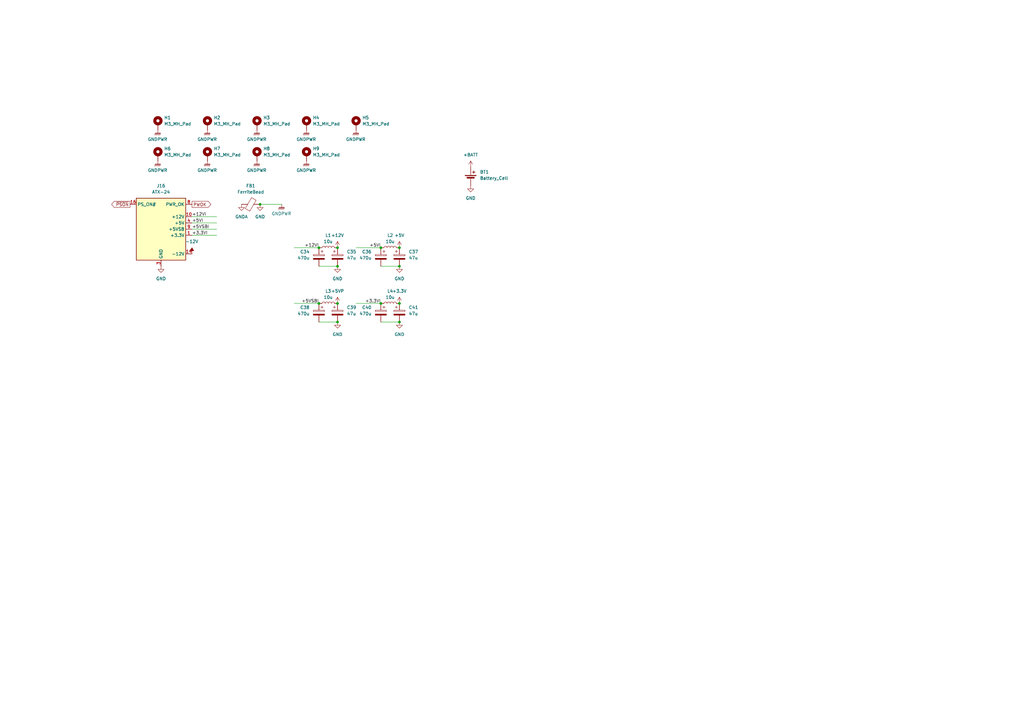
<source format=kicad_sch>
(kicad_sch (version 20230121) (generator eeschema)
  (paper "A3")
  (lib_symbols
    (symbol "Connector:ATX-24"
      (property "Reference" "J" (at -8.89 13.97 0))
      (property "Value" "ATX-24" (at 6.35 13.97 0))
      (symbol "ATX-24_0_1"
        (rectangle (start -10.16 12.7) (end 10.16 -12.7) (stroke (width 0.254)) (fill (type background)))
      )
      (symbol "ATX-24_1_1"
        (pin power_out line (at 12.7 -2.54 180) (length 2.54) (name "+3.3V") (number "1"))
        (pin power_out line (at 12.7 5.08 180) (length 2.54) (name "+12V") (number "10"))
        (pin passive line (at 12.7 5.08 180) (length 2.54) hide (name "+12V") (number "11"))
        (pin passive line (at 12.7 -2.54 180) (length 2.54) hide (name "+3.3V") (number "12"))
        (pin passive line (at 12.7 -2.54 180) (length 2.54) hide (name "+3.3V") (number "13"))
        (pin power_out line (at 12.7 -10.16 180) (length 2.54) (name "-12V") (number "14"))
        (pin passive line (at 0 -15.24 90) (length 2.54) hide (name "GND") (number "15"))
        (pin open_collector line (at -12.7 10.16 0) (length 2.54) (name "PS_ON#") (number "16"))
        (pin passive line (at 0 -15.24 90) (length 2.54) hide (name "GND") (number "17"))
        (pin passive line (at 0 -15.24 90) (length 2.54) hide (name "GND") (number "18"))
        (pin passive line (at 0 -15.24 90) (length 2.54) hide (name "GND") (number "19"))
        (pin passive line (at 12.7 -2.54 180) (length 2.54) hide (name "+3.3V") (number "2"))
        (pin no_connect line (at -10.16 0 0) (length 2.54) hide (name "NC") (number "20"))
        (pin passive line (at 12.7 2.54 180) (length 2.54) hide (name "+5V") (number "21"))
        (pin passive line (at 12.7 2.54 180) (length 2.54) hide (name "+5V") (number "22"))
        (pin passive line (at 12.7 2.54 180) (length 2.54) hide (name "+5V") (number "23"))
        (pin passive line (at 0 -15.24 90) (length 2.54) hide (name "GND") (number "24"))
        (pin power_out line (at 0 -15.24 90) (length 2.54) (name "GND") (number "3"))
        (pin power_out line (at 12.7 2.54 180) (length 2.54) (name "+5V") (number "4"))
        (pin passive line (at 0 -15.24 90) (length 2.54) hide (name "GND") (number "5"))
        (pin passive line (at 12.7 2.54 180) (length 2.54) hide (name "+5V") (number "6"))
        (pin passive line (at 0 -15.24 90) (length 2.54) hide (name "GND") (number "7"))
        (pin output line (at 12.7 10.16 180) (length 2.54) (name "PWR_OK") (number "8"))
        (pin power_out line (at 12.7 0 180) (length 2.54) (name "+5VSB") (number "9"))
      )
    )
    (symbol "Device:Battery_Cell" (pin_numbers hide) (pin_names (offset 0) hide)
      (property "Reference" "BT" (at 2.54 2.54 0))
      (property "Value" "Battery_Cell" (at 2.54 0 0))
      (symbol "Battery_Cell_0_1"
        (rectangle (start -2.286 1.778) (end 2.286 1.524) (fill (type outline)))
        (rectangle (start -1.524 1.016) (end 1.524 0.508) (fill (type outline)))
        (polyline (pts (xy 0 0.762) (xy 0 0)))
        (polyline (pts (xy 0 1.778) (xy 0 2.54)))
        (polyline (pts (xy 0.762 3.048) (xy 1.778 3.048)) (stroke (width 0.254)))
        (polyline (pts (xy 1.27 3.556) (xy 1.27 2.54)) (stroke (width 0.254)))
      )
      (symbol "Battery_Cell_1_1"
        (pin passive line (at 0 5.08 270) (length 2.54) (name "+") (number "1"))
        (pin passive line (at 0 -2.54 90) (length 2.54) (name "-") (number "2"))
      )
    )
    (symbol "Device:C_Polarized" (pin_numbers hide) (pin_names (offset 0.254))
      (property "Reference" "C" (at 0.635 2.54 0))
      (property "Value" "C_Polarized" (at 0.635 -2.54 0))
      (symbol "C_Polarized_0_1"
        (rectangle (start -2.286 0.508) (end 2.286 1.016))
        (polyline (pts (xy -1.778 2.286) (xy -0.762 2.286)))
        (polyline (pts (xy -1.27 2.794) (xy -1.27 1.778)))
        (rectangle (start 2.286 -0.508) (end -2.286 -1.016) (fill (type outline)))
      )
      (symbol "C_Polarized_1_1"
        (pin passive line (at 0 3.81 270) (length 2.794) (name "~") (number "1"))
        (pin passive line (at 0 -3.81 90) (length 2.794) (name "~") (number "2"))
      )
    )
    (symbol "Device:FerriteBead" (pin_numbers hide) (pin_names (offset 0))
      (property "Reference" "FB" (at -3.81 0.635 90))
      (property "Value" "FerriteBead" (at 3.81 0 90))
      (symbol "FerriteBead_0_1"
        (polyline (pts (xy 0 -1.27) (xy 0 -1.2192)))
        (polyline (pts (xy 0 1.27) (xy 0 1.2954)))
        (polyline (pts (xy -2.7686 0.4064) (xy -1.7018 2.2606) (xy 2.7686 -0.3048) (xy 1.6764 -2.159) (xy -2.7686 0.4064)))
      )
      (symbol "FerriteBead_1_1"
        (pin passive line (at 0 3.81 270) (length 2.54) (name "~") (number "1"))
        (pin passive line (at 0 -3.81 90) (length 2.54) (name "~") (number "2"))
      )
    )
    (symbol "Device:L" (pin_numbers hide) (pin_names (offset 1.016) hide)
      (property "Reference" "L" (at -1.27 0 90))
      (property "Value" "L" (at 1.905 0 90))
      (symbol "L_0_1"
        (arc (start 0 -2.54) (mid 0.6323 -1.905) (end 0 -1.27))
        (arc (start 0 -1.27) (mid 0.6323 -0.635) (end 0 0))
        (arc (start 0 0) (mid 0.6323 0.635) (end 0 1.27))
        (arc (start 0 1.27) (mid 0.6323 1.905) (end 0 2.54))
      )
      (symbol "L_1_1"
        (pin passive line (at 0 3.81 270) (length 1.27) (name "1") (number "1"))
        (pin passive line (at 0 -3.81 90) (length 1.27) (name "2") (number "2"))
      )
    )
    (symbol "Mechanical:MountingHole_Pad" (pin_numbers hide) (pin_names (offset 1.016) hide)
      (property "Reference" "H" (at 0 6.35 0))
      (property "Value" "MountingHole_Pad" (at 0 4.445 0))
      (symbol "MountingHole_Pad_0_1"
        (circle (center 0 1.27) (radius 1.27) (stroke (width 1.27)))
      )
      (symbol "MountingHole_Pad_1_1"
        (pin input line (at 0 -2.54 90) (length 2.54) (name "1") (number "1"))
      )
    )
    (symbol "power:+12V" (power) (pin_names (offset 0))
      (property "Value" "+12V" (at 0 3.556 0))
      (symbol "+12V_0_1"
        (polyline (pts (xy -0.762 1.27) (xy 0 2.54)))
        (polyline (pts (xy 0 0) (xy 0 2.54)))
        (polyline (pts (xy 0 2.54) (xy 0.762 1.27)))
      )
      (symbol "+12V_1_1"
        (pin power_in line (at 0 0 90) (length 0) hide (name "+12V") (number "1"))
      )
    )
    (symbol "power:+3.3V" (power) (pin_names (offset 0))
      (property "Value" "+3.3V" (at 0 3.556 0))
      (symbol "+3.3V_0_1"
        (polyline (pts (xy -0.762 1.27) (xy 0 2.54)))
        (polyline (pts (xy 0 0) (xy 0 2.54)))
        (polyline (pts (xy 0 2.54) (xy 0.762 1.27)))
      )
      (symbol "+3.3V_1_1"
        (pin power_in line (at 0 0 90) (length 0) hide (name "+3.3V") (number "1"))
      )
    )
    (symbol "power:+5V" (power) (pin_names (offset 0))
      (property "Value" "+5V" (at 0 3.556 0))
      (symbol "+5V_0_1"
        (polyline (pts (xy -0.762 1.27) (xy 0 2.54)))
        (polyline (pts (xy 0 0) (xy 0 2.54)))
        (polyline (pts (xy 0 2.54) (xy 0.762 1.27)))
      )
      (symbol "+5V_1_1"
        (pin power_in line (at 0 0 90) (length 0) hide (name "+5V") (number "1"))
      )
    )
    (symbol "power:+5VP" (power) (pin_names (offset 0))
      (property "Value" "+5VP" (at 0 3.556 0))
      (symbol "+5VP_0_1"
        (polyline (pts (xy -0.762 1.27) (xy 0 2.54)))
        (polyline (pts (xy 0 0) (xy 0 2.54)))
        (polyline (pts (xy 0 2.54) (xy 0.762 1.27)))
      )
      (symbol "+5VP_1_1"
        (pin power_in line (at 0 0 90) (length 0) hide (name "+5VP") (number "1"))
      )
    )
    (symbol "power:+BATT" (power) (pin_names (offset 0))
      (property "Value" "+BATT" (at 0 3.556 0))
      (symbol "+BATT_0_1"
        (polyline (pts (xy -0.762 1.27) (xy 0 2.54)))
        (polyline (pts (xy 0 0) (xy 0 2.54)))
        (polyline (pts (xy 0 2.54) (xy 0.762 1.27)))
      )
      (symbol "+BATT_1_1"
        (pin power_in line (at 0 0 90) (length 0) hide (name "+BATT") (number "1"))
      )
    )
    (symbol "power:-12V" (power) (pin_names (offset 0))
      (property "Value" "-12V" (at 0 3.81 0))
      (symbol "-12V_0_0"
        (pin power_in line (at 0 0 90) (length 0) hide (name "-12V") (number "1"))
      )
      (symbol "-12V_0_1"
        (polyline (pts (xy 0 0) (xy 0 1.27) (xy 0.762 1.27) (xy 0 2.54) (xy -0.762 1.27) (xy 0 1.27)) (fill (type outline)))
      )
    )
    (symbol "power:GND" (power) (pin_names (offset 0))
      (property "Value" "GND" (at 0 -3.81 0))
      (symbol "GND_0_1"
        (polyline (pts (xy 0 0) (xy 0 -1.27) (xy 1.27 -1.27) (xy 0 -2.54) (xy -1.27 -1.27) (xy 0 -1.27)))
      )
      (symbol "GND_1_1"
        (pin power_in line (at 0 0 270) (length 0) hide (name "GND") (number "1"))
      )
    )
    (symbol "power:GNDA" (power) (pin_names (offset 0))
      (property "Value" "GNDA" (at 0 -3.81 0))
      (symbol "GNDA_0_1"
        (polyline (pts (xy 0 0) (xy 0 -1.27) (xy 1.27 -1.27) (xy 0 -2.54) (xy -1.27 -1.27) (xy 0 -1.27)))
      )
      (symbol "GNDA_1_1"
        (pin power_in line (at 0 0 270) (length 0) hide (name "GNDA") (number "1"))
      )
    )
    (symbol "power:GNDPWR" (power) (pin_names (offset 0))
      (property "Value" "GNDPWR" (at 0 -3.302 0))
      (symbol "GNDPWR_0_1"
        (polyline (pts (xy 0 -1.27) (xy 0 0)))
        (polyline (pts (xy -1.016 -1.27) (xy -1.27 -2.032) (xy -1.27 -2.032)) (stroke (width 0.2032)))
        (polyline (pts (xy -0.508 -1.27) (xy -0.762 -2.032) (xy -0.762 -2.032)) (stroke (width 0.2032)))
        (polyline (pts (xy 0 -1.27) (xy -0.254 -2.032) (xy -0.254 -2.032)) (stroke (width 0.2032)))
        (polyline (pts (xy 0.508 -1.27) (xy 0.254 -2.032) (xy 0.254 -2.032)) (stroke (width 0.2032)))
        (polyline (pts (xy 1.016 -1.27) (xy -1.016 -1.27) (xy -1.016 -1.27)) (stroke (width 0.2032)))
        (polyline (pts (xy 1.016 -1.27) (xy 0.762 -2.032) (xy 0.762 -2.032) (xy 0.762 -2.032)) (stroke (width 0.2032)))
      )
      (symbol "GNDPWR_1_1"
        (pin power_in line (at 0 0 270) (length 0) hide (name "GNDPWR") (number "1"))
      )
    )
  )
  (junction (at 138.43 101.6))
  (junction (at 130.81 124.46))
  (junction (at 156.21 124.46))
  (junction (at 163.83 101.6))
  (junction (at 163.83 124.46))
  (junction (at 138.43 132.08))
  (junction (at 106.68 83.82))
  (junction (at 138.43 124.46))
  (junction (at 163.83 109.22))
  (junction (at 138.43 109.22))
  (junction (at 156.21 101.6))
  (junction (at 130.81 101.6))
  (junction (at 163.83 132.08))
  (wire (pts (xy 156.21 101.6) (xy 146.05 101.6)))
  (wire (pts (xy 78.74 88.9) (xy 88.9 88.9)))
  (wire (pts (xy 78.74 93.98) (xy 88.9 93.98)))
  (wire (pts (xy 156.21 109.22) (xy 163.83 109.22)))
  (wire (pts (xy 130.81 109.22) (xy 138.43 109.22)))
  (wire (pts (xy 78.74 96.52) (xy 88.9 96.52)))
  (wire (pts (xy 130.81 101.6) (xy 120.65 101.6)))
  (wire (pts (xy 130.81 132.08) (xy 138.43 132.08)))
  (wire (pts (xy 106.68 83.82) (xy 115.57 83.82)))
  (wire (pts (xy 156.21 132.08) (xy 163.83 132.08)))
  (wire (pts (xy 130.81 124.46) (xy 120.65 124.46)))
  (wire (pts (xy 156.21 124.46) (xy 146.05 124.46)))
  (wire (pts (xy 78.74 91.44) (xy 88.9 91.44)))
  (label "+5VSBI" (at 130.81 124.46 180))
  (label "+5VI" (at 156.21 101.6 180))
  (label "+12VI" (at 78.74 88.9 0))
  (label "+3.3VI" (at 78.74 96.52 0))
  (label "+3.3VI" (at 156.21 124.46 180))
  (label "+12VI" (at 130.81 101.6 180))
  (label "+5VSBI" (at 78.74 93.98 0))
  (label "+5VI" (at 78.74 91.44 0))
  (global_label "PWOK" (shape output) (at 78.74 83.82 0) (property "Intersheetrefs" "${INTERSHEET_REFS}" (effects hide)))
  (global_label "~{PSON}" (shape output) (at 53.34 83.82 180) (property "Intersheetrefs" "${INTERSHEET_REFS}" (effects hide)))
  (symbol (lib_id "Mechanical:MountingHole_Pad") (at 146.05 50.8 0) (unit 1)
    (property "Reference" "H5" (at 148.59 48.26 0) (effects (justify left)))
    (property "Value" "M3_MH_Pad" (at 148.59 50.8 0) (effects (justify left)))
    (property "Footprint" "MountingHole:MountingHole_3.2mm_M3_Pad" (effects hide))
  )
  (symbol (lib_id "power:GNDPWR") (at 105.41 53.34 0) (unit 1)
    (property "Reference" "#PWR0101" (effects hide))
    (property "Value" "GNDPWR" (at 105.283 57.15 0))
    (instances (project "m68k-hbc" (path "" (reference "#PWR0101") (unit 1)) (path "" (reference "#PWR0110") (unit 1))))
  )
  (symbol (lib_id "power:GND") (at 193.04 76.2 0) (unit 1)
    (property "Reference" "#PWR0118" (effects hide))
    (property "Value" "GND" (at 193.04 81.28 0))
  )
  (symbol (lib_id "Connector:ATX-24") (at 66.04 93.98 0) (unit 1)
    (property "Reference" "J16" (at 66.04 76.2 0))
    (property "Value" "ATX-24" (at 66.04 78.74 0))
    (property "Footprint" "Connector_Molex:Molex_Mini-Fit_Jr_5566-24A_2x12_P4.20mm_Vertical" (effects hide))
    (property "Datasheet" "https://www.intel.com/content/dam/www/public/us/en/documents/guides/power-supply-design-guide-june.pdf#page=33" (effects hide))
    (instances (project "m68k-hbc" (path "" (reference "J16") (unit 1)) (path "" (reference "J10") (unit 1))))
  )
  (symbol (lib_id "Device:FerriteBead") (at 102.87 83.82 90) (unit 1)
    (property "Reference" "FB1" (at 102.8192 76.2 90))
    (property "Value" "FerriteBead" (at 102.8192 78.74 90))
    (property "Footprint" "Inductor_THT:L_Axial_L5.0mm_D3.6mm_P10.00mm_Horizontal_Murata_BL01RN1A2A2" (effects hide))
  )
  (symbol (lib_id "power:-12V") (at 78.74 104.14 0) (unit 1)
    (property "Reference" "#PWR0121" (effects hide))
    (property "Value" "-12V" (at 78.74 99.06 0))
    (instances (project "m68k-hbc" (path "" (reference "#PWR0121") (unit 1)) (path "" (reference "#PWR0124") (unit 1))))
  )
  (symbol (lib_id "power:GND") (at 106.68 83.82 0) (unit 1)
    (property "Reference" "#PWR0113" (effects hide))
    (property "Value" "GND" (at 106.68 88.9 0))
    (instances (project "m68k-hbc" (path "" (reference "#PWR0113") (unit 1)) (path "" (reference "#PWR0120") (unit 1))))
  )
  (symbol (lib_id "Device:L") (at 160.02 101.6 90) (unit 1)
    (property "Reference" "L2" (at 160.02 96.52 90))
    (property "Value" "10u" (at 160.02 99.06 90))
    (property "Footprint" "Inductor_THT:L_Toroid_Vertical_L13.0mm_W6.5mm_P5.60mm" (effects hide))
  )
  (symbol (lib_id "Mechanical:MountingHole_Pad") (at 105.41 50.8 0) (unit 1)
    (property "Reference" "H3" (at 107.95 48.26 0) (effects (justify left)))
    (property "Value" "M3_MH_Pad" (at 107.95 50.8 0) (effects (justify left)))
    (property "Footprint" "MountingHole:MountingHole_3.2mm_M3_Pad" (effects hide))
  )
  (symbol (lib_id "power:+5V") (at 163.83 101.6 0) (unit 1)
    (property "Reference" "#PWR0118" (effects hide))
    (property "Value" "+5V" (at 163.83 96.52 0))
    (instances (project "m68k-hbc" (path "" (reference "#PWR0118") (unit 1)) (path "" (reference "#PWR0123") (unit 1))))
  )
  (symbol (lib_id "Device:C_Polarized") (at 138.43 128.27 0) (unit 1)
    (property "Reference" "C39" (at 142.24 126.111 0) (effects (justify left)))
    (property "Value" "47u" (at 142.24 128.651 0) (effects (justify left)))
    (property "Footprint" "Capacitor_THT:CP_Radial_D8.0mm_P3.50mm" (effects hide))
  )
  (symbol (lib_id "Device:C_Polarized") (at 163.83 128.27 0) (unit 1)
    (property "Reference" "C41" (at 167.64 126.111 0) (effects (justify left)))
    (property "Value" "47u" (at 167.64 128.651 0) (effects (justify left)))
    (property "Footprint" "Capacitor_THT:CP_Radial_D8.0mm_P3.50mm" (effects hide))
  )
  (symbol (lib_id "Device:C_Polarized") (at 130.81 105.41 0) (mirror y) (unit 1)
    (property "Reference" "C34" (at 127 103.251 0) (effects (justify left)))
    (property "Value" "470u" (at 127 105.791 0) (effects (justify left)))
    (property "Footprint" "Capacitor_THT:CP_Radial_D8.0mm_P3.50mm" (effects hide))
  )
  (symbol (lib_id "Mechanical:MountingHole_Pad") (at 85.09 63.5 0) (unit 1)
    (property "Reference" "H7" (at 87.63 60.96 0) (effects (justify left)))
    (property "Value" "M3_MH_Pad" (at 87.63 63.5 0) (effects (justify left)))
    (property "Footprint" "MountingHole:MountingHole_3.2mm_M3_Pad" (effects hide))
  )
  (symbol (lib_id "power:GNDPWR") (at 85.09 66.04 0) (unit 1)
    (property "Reference" "#PWR0106" (effects hide))
    (property "Value" "GNDPWR" (at 84.963 69.85 0))
    (instances (project "m68k-hbc" (path "" (reference "#PWR0106") (unit 1)) (path "" (reference "#PWR0114") (unit 1))))
  )
  (symbol (lib_id "power:GNDPWR") (at 105.41 66.04 0) (unit 1)
    (property "Reference" "#PWR0107" (effects hide))
    (property "Value" "GNDPWR" (at 105.283 69.85 0))
    (instances (project "m68k-hbc" (path "" (reference "#PWR0107") (unit 1)) (path "" (reference "#PWR0115") (unit 1))))
  )
  (symbol (lib_id "power:+BATT") (at 193.04 68.58 0) (unit 1)
    (property "Reference" "#PWR0117" (effects hide))
    (property "Value" "+BATT" (at 193.04 63.5 0))
  )
  (symbol (lib_id "Device:C_Polarized") (at 130.81 128.27 0) (mirror y) (unit 1)
    (property "Reference" "C38" (at 127 126.111 0) (effects (justify left)))
    (property "Value" "470u" (at 127 128.651 0) (effects (justify left)))
    (property "Footprint" "Capacitor_THT:CP_Radial_D8.0mm_P3.50mm" (effects hide))
  )
  (symbol (lib_id "power:GND") (at 138.43 109.22 0) (unit 1)
    (property "Reference" "#PWR0113" (effects hide))
    (property "Value" "GND" (at 138.43 114.3 0))
    (instances (project "m68k-hbc" (path "" (reference "#PWR0113") (unit 1)) (path "" (reference "#PWR0126") (unit 1))))
  )
  (symbol (lib_id "Mechanical:MountingHole_Pad") (at 105.41 63.5 0) (unit 1)
    (property "Reference" "H8" (at 107.95 60.96 0) (effects (justify left)))
    (property "Value" "M3_MH_Pad" (at 107.95 63.5 0) (effects (justify left)))
    (property "Footprint" "MountingHole:MountingHole_3.2mm_M3_Pad" (effects hide))
  )
  (symbol (lib_id "power:GND") (at 163.83 132.08 0) (unit 1)
    (property "Reference" "#PWR0113" (effects hide))
    (property "Value" "GND" (at 163.83 137.16 0))
    (instances (project "m68k-hbc" (path "" (reference "#PWR0113") (unit 1)) (path "" (reference "#PWR0131") (unit 1))))
  )
  (symbol (lib_id "power:GND") (at 66.04 109.22 0) (unit 1)
    (property "Reference" "#PWR0124" (effects hide))
    (property "Value" "GND" (at 66.04 114.3 0))
    (instances (project "m68k-hbc" (path "" (reference "#PWR0124") (unit 1)) (path "" (reference "#PWR0125") (unit 1))))
  )
  (symbol (lib_id "power:GNDPWR") (at 146.05 53.34 0) (unit 1)
    (property "Reference" "#PWR0103" (effects hide))
    (property "Value" "GNDPWR" (at 145.923 57.15 0))
    (instances (project "m68k-hbc" (path "" (reference "#PWR0103") (unit 1)) (path "" (reference "#PWR0112") (unit 1))))
  )
  (symbol (lib_id "Device:L") (at 134.62 101.6 90) (unit 1)
    (property "Reference" "L1" (at 134.62 96.52 90))
    (property "Value" "10u" (at 134.62 99.06 90))
    (property "Footprint" "Inductor_THT:L_Toroid_Vertical_L13.0mm_W6.5mm_P5.60mm" (effects hide))
  )
  (symbol (lib_id "power:GNDPWR") (at 125.73 53.34 0) (unit 1)
    (property "Reference" "#PWR0102" (effects hide))
    (property "Value" "GNDPWR" (at 125.603 57.15 0))
    (instances (project "m68k-hbc" (path "" (reference "#PWR0102") (unit 1)) (path "" (reference "#PWR0111") (unit 1))))
  )
  (symbol (lib_id "Device:C_Polarized") (at 138.43 105.41 0) (unit 1)
    (property "Reference" "C35" (at 142.24 103.251 0) (effects (justify left)))
    (property "Value" "47u" (at 142.24 105.791 0) (effects (justify left)))
    (property "Footprint" "Capacitor_THT:CP_Radial_D8.0mm_P3.50mm" (effects hide))
  )
  (symbol (lib_id "Mechanical:MountingHole_Pad") (at 125.73 50.8 0) (unit 1)
    (property "Reference" "H4" (at 128.27 48.26 0) (effects (justify left)))
    (property "Value" "M3_MH_Pad" (at 128.27 50.8 0) (effects (justify left)))
    (property "Footprint" "MountingHole:MountingHole_3.2mm_M3_Pad" (effects hide))
  )
  (symbol (lib_id "power:+3.3V") (at 163.83 124.46 0) (unit 1)
    (property "Reference" "#PWR0120" (effects hide))
    (property "Value" "+3.3V" (at 163.83 119.38 0))
    (instances (project "m68k-hbc" (path "" (reference "#PWR0120") (unit 1)) (path "" (reference "#PWR0129") (unit 1))))
  )
  (symbol (lib_id "Device:L") (at 134.62 124.46 90) (unit 1)
    (property "Reference" "L3" (at 134.62 119.38 90))
    (property "Value" "10u" (at 134.62 121.92 90))
    (property "Footprint" "Inductor_THT:L_Toroid_Vertical_L13.0mm_W6.5mm_P5.60mm" (effects hide))
  )
  (symbol (lib_id "Device:C_Polarized") (at 156.21 105.41 0) (mirror y) (unit 1)
    (property "Reference" "C36" (at 152.4 103.251 0) (effects (justify left)))
    (property "Value" "470u" (at 152.4 105.791 0) (effects (justify left)))
    (property "Footprint" "Capacitor_THT:CP_Radial_D8.0mm_P3.50mm" (effects hide))
  )
  (symbol (lib_id "Device:C_Polarized") (at 156.21 128.27 0) (mirror y) (unit 1)
    (property "Reference" "C40" (at 152.4 126.111 0) (effects (justify left)))
    (property "Value" "470u" (at 152.4 128.651 0) (effects (justify left)))
    (property "Footprint" "Capacitor_THT:CP_Radial_D8.0mm_P3.50mm" (effects hide))
  )
  (symbol (lib_id "power:GNDPWR") (at 64.77 53.34 0) (unit 1)
    (property "Reference" "#PWR099" (effects hide))
    (property "Value" "GNDPWR" (at 64.643 57.15 0))
    (instances (project "m68k-hbc" (path "" (reference "#PWR099") (unit 1)) (path "" (reference "#PWR0108") (unit 1))))
  )
  (symbol (lib_id "power:GNDPWR") (at 64.77 66.04 0) (unit 1)
    (property "Reference" "#PWR0105" (effects hide))
    (property "Value" "GNDPWR" (at 64.643 69.85 0))
    (instances (project "m68k-hbc" (path "" (reference "#PWR0105") (unit 1)) (path "" (reference "#PWR0113") (unit 1))))
  )
  (symbol (lib_id "Device:C_Polarized") (at 163.83 105.41 0) (unit 1)
    (property "Reference" "C37" (at 167.64 103.251 0) (effects (justify left)))
    (property "Value" "47u" (at 167.64 105.791 0) (effects (justify left)))
    (property "Footprint" "Capacitor_THT:CP_Radial_D8.0mm_P3.50mm" (effects hide))
  )
  (symbol (lib_id "power:+5VP") (at 138.43 124.46 0) (unit 1)
    (property "Reference" "#PWR0119" (effects hide))
    (property "Value" "+5VP" (at 138.43 119.38 0))
    (instances (project "m68k-hbc" (path "" (reference "#PWR0119") (unit 1)) (path "" (reference "#PWR0128") (unit 1))))
  )
  (symbol (lib_id "power:GND") (at 138.43 132.08 0) (unit 1)
    (property "Reference" "#PWR0113" (effects hide))
    (property "Value" "GND" (at 138.43 137.16 0))
    (instances (project "m68k-hbc" (path "" (reference "#PWR0113") (unit 1)) (path "" (reference "#PWR0130") (unit 1))))
  )
  (symbol (lib_id "power:GNDPWR") (at 115.57 83.82 0) (unit 1)
    (property "Reference" "#PWR0114" (effects hide))
    (property "Value" "GNDPWR" (at 115.443 87.63 0))
    (instances (project "m68k-hbc" (path "" (reference "#PWR0114") (unit 1)) (path "" (reference "#PWR0121") (unit 1))))
  )
  (symbol (lib_id "power:GND") (at 163.83 109.22 0) (unit 1)
    (property "Reference" "#PWR0113" (effects hide))
    (property "Value" "GND" (at 163.83 114.3 0))
    (instances (project "m68k-hbc" (path "" (reference "#PWR0113") (unit 1)) (path "" (reference "#PWR0127") (unit 1))))
  )
  (symbol (lib_id "Mechanical:MountingHole_Pad") (at 64.77 50.8 0) (unit 1)
    (property "Reference" "H1" (at 67.31 48.26 0) (effects (justify left)))
    (property "Value" "M3_MH_Pad" (at 67.31 50.8 0) (effects (justify left)))
    (property "Footprint" "MountingHole:MountingHole_3.2mm_M3_Pad" (effects hide))
  )
  (symbol (lib_id "Device:Battery_Cell") (at 193.04 73.66 0) (unit 1)
    (property "Reference" "BT1" (at 196.85 70.5485 0) (effects (justify left)))
    (property "Value" "Battery_Cell" (at 196.85 73.0885 0) (effects (justify left)))
    (property "Footprint" "Battery:BatteryHolder_ComfortableElectronic_CH273-2450_1x2450" (effects hide))
  )
  (symbol (lib_id "Device:L") (at 160.02 124.46 90) (unit 1)
    (property "Reference" "L4" (at 160.02 119.38 90))
    (property "Value" "10u" (at 160.02 121.92 90))
    (property "Footprint" "Inductor_THT:L_Toroid_Vertical_L13.0mm_W6.5mm_P5.60mm" (effects hide))
  )
  (symbol (lib_id "power:GNDPWR") (at 85.09 53.34 0) (unit 1)
    (property "Reference" "#PWR0100" (effects hide))
    (property "Value" "GNDPWR" (at 84.963 57.15 0))
    (instances (project "m68k-hbc" (path "" (reference "#PWR0100") (unit 1)) (path "" (reference "#PWR0109") (unit 1))))
  )
  (symbol (lib_id "Mechanical:MountingHole_Pad") (at 64.77 63.5 0) (unit 1)
    (property "Reference" "H6" (at 67.31 60.96 0) (effects (justify left)))
    (property "Value" "M3_MH_Pad" (at 67.31 63.5 0) (effects (justify left)))
    (property "Footprint" "MountingHole:MountingHole_3.2mm_M3_Pad" (effects hide))
  )
  (symbol (lib_id "power:GNDPWR") (at 125.73 66.04 0) (unit 1)
    (property "Reference" "#PWR0108" (effects hide))
    (property "Value" "GNDPWR" (at 125.603 69.85 0))
    (instances (project "m68k-hbc" (path "" (reference "#PWR0108") (unit 1)) (path "" (reference "#PWR0116") (unit 1))))
  )
  (symbol (lib_id "power:+12V") (at 138.43 101.6 0) (unit 1)
    (property "Reference" "#PWR0117" (effects hide))
    (property "Value" "+12V" (at 138.43 96.52 0))
    (instances (project "m68k-hbc" (path "" (reference "#PWR0117") (unit 1)) (path "" (reference "#PWR0122") (unit 1))))
  )
  (symbol (lib_id "Mechanical:MountingHole_Pad") (at 125.73 63.5 0) (unit 1)
    (property "Reference" "H9" (at 128.27 60.96 0) (effects (justify left)))
    (property "Value" "M3_MH_Pad" (at 128.27 63.5 0) (effects (justify left)))
    (property "Footprint" "MountingHole:MountingHole_3.2mm_M3_Pad" (effects hide))
  )
  (symbol (lib_id "Mechanical:MountingHole_Pad") (at 85.09 50.8 0) (unit 1)
    (property "Reference" "H2" (at 87.63 48.26 0) (effects (justify left)))
    (property "Value" "M3_MH_Pad" (at 87.63 50.8 0) (effects (justify left)))
    (property "Footprint" "MountingHole:MountingHole_3.2mm_M3_Pad" (effects hide))
  )
  (symbol (lib_id "power:GNDA") (at 99.06 83.82 0) (unit 1)
    (property "Reference" "#PWR0115" (effects hide))
    (property "Value" "GNDA" (at 99.06 88.9 0))
    (instances (project "m68k-hbc" (path "" (reference "#PWR0115") (unit 1)) (path "" (reference "#PWR0119") (unit 1))))
  )
)
</source>
